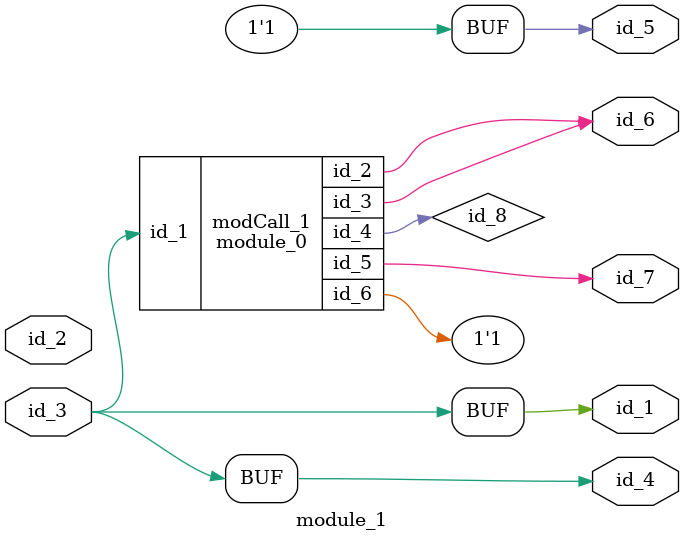
<source format=v>
module module_0 (
    id_1,
    id_2,
    id_3,
    id_4,
    id_5,
    id_6
);
  output wire id_6;
  output wire id_5;
  inout wire id_4;
  output wire id_3;
  output wire id_2;
  input wire id_1;
  wire id_7, id_8;
  wire id_9, id_10;
endmodule
module module_1 (
    id_1,
    id_2,
    id_3,
    id_4,
    id_5,
    id_6,
    id_7
);
  output wire id_7;
  output wire id_6;
  output wire id_5;
  output wire id_4;
  input wire id_3;
  input wire id_2;
  output wire id_1;
  assign id_5 = 1;
  wire id_8;
  module_0 modCall_1 (
      id_3,
      id_6,
      id_6,
      id_8,
      id_7,
      id_5
  );
  assign id_4 = id_3;
  wire id_9;
  assign id_1 = id_3;
endmodule

</source>
